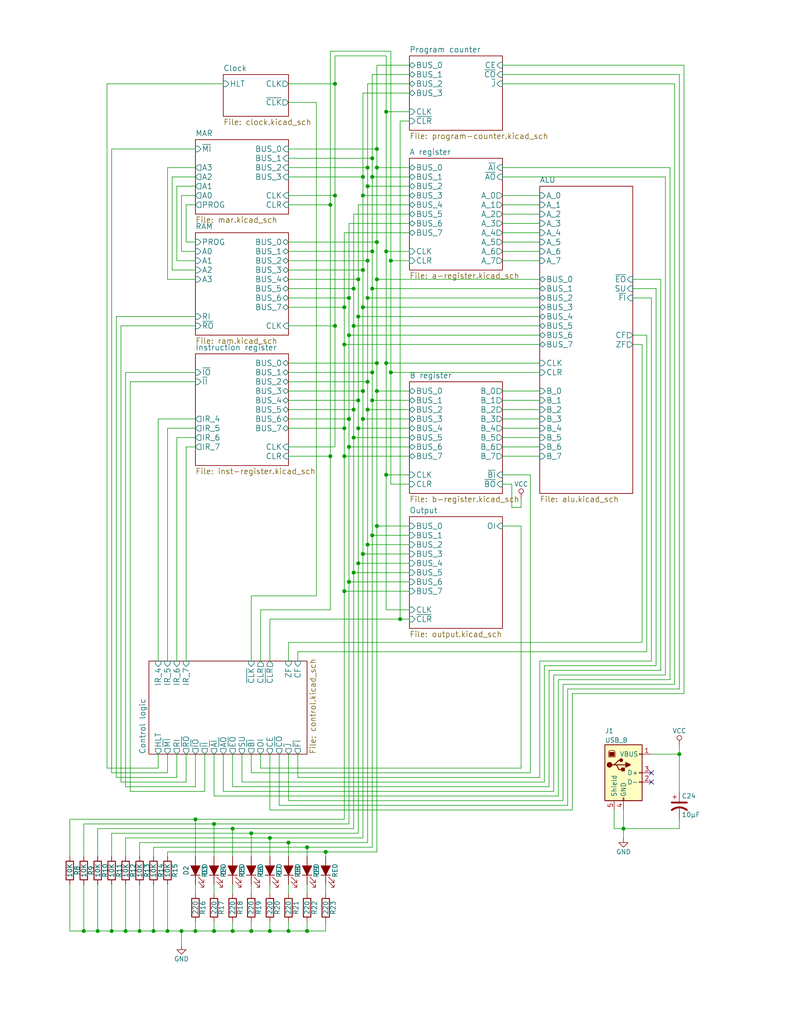
<source format=kicad_sch>
(kicad_sch (version 20231120) (generator "eeschema") (generator_version "8.0")
  (paper "USLetter" portrait)
  (lib_symbols
    (symbol "8bit-computer-rescue:CP1-Device" (pin_numbers hide) (pin_names (offset 0.254) hide)
      (property "Reference" "C" (at 0.635 2.54 0))
      (property "Value" "Device:CP1" (at 0.635 -2.54 0))
      (symbol "CP1-Device_0_1"
        (polyline (pts (xy -2.032 0.762) (xy 2.032 0.762)) (stroke (width 0.508)))
        (polyline (pts (xy -1.778 2.286) (xy -0.762 2.286)))
        (polyline (pts (xy -1.27 1.778) (xy -1.27 2.794)))
        (arc (start 2.032 -1.27) (mid 0 -0.5572) (end -2.032 -1.27) (stroke (width 0.508)))
      )
      (symbol "CP1-Device_1_1"
        (pin passive line (at 0 3.81 270) (length 2.794) (name "~") (number "1"))
        (pin passive line (at 0 -3.81 90) (length 3.302) (name "~") (number "2"))
      )
    )
    (symbol "8bit-computer-rescue:GND-power" (power) (pin_names (offset 0))
      (property "Value" "power:GND" (at 0 -3.81 0))
      (symbol "GND-power_0_1"
        (polyline (pts (xy 0 0) (xy 0 -1.27) (xy 1.27 -1.27) (xy 0 -2.54) (xy -1.27 -1.27) (xy 0 -1.27)))
      )
      (symbol "GND-power_1_1"
        (pin power_in line (at 0 0 270) (length 0) hide (name "GND") (number "1"))
      )
    )
    (symbol "8bit-computer-rescue:LED_ALT-Device" (pin_numbers hide) (pin_names (offset 1.016) hide)
      (property "Reference" "D" (at 0 2.54 0))
      (property "Value" "Device:LED_ALT" (at 0 -2.54 0))
      (symbol "LED_ALT-Device_0_1"
        (polyline (pts (xy -1.27 -1.27) (xy -1.27 1.27)) (stroke (width 0.2032)))
        (polyline (pts (xy -1.27 0) (xy 1.27 0)))
        (polyline (pts (xy 1.27 -1.27) (xy 1.27 1.27) (xy -1.27 0) (xy 1.27 -1.27)) (stroke (width 0.2032)) (fill (type outline)))
        (polyline (pts (xy -3.048 -0.762) (xy -4.572 -2.286) (xy -3.81 -2.286) (xy -4.572 -2.286) (xy -4.572 -1.524)))
        (polyline (pts (xy -1.778 -0.762) (xy -3.302 -2.286) (xy -2.54 -2.286) (xy -3.302 -2.286) (xy -3.302 -1.524)))
      )
      (symbol "LED_ALT-Device_1_1"
        (pin passive line (at -3.81 0 0) (length 2.54) (name "K") (number "1"))
        (pin passive line (at 3.81 0 180) (length 2.54) (name "A") (number "2"))
      )
    )
    (symbol "8bit-computer-rescue:USB_B-8bit-computer-rescue" (pin_names (offset 1.016))
      (property "Reference" "J" (at -5.08 11.43 0))
      (property "Value" "8bit-computer-rescue:USB_B" (at -5.08 8.89 0))
      (symbol "USB_B-8bit-computer-rescue_0_1"
        (rectangle (start -5.08 -7.62) (end 5.08 7.62) (stroke (width 0.254)) (fill (type background)))
        (circle (center -3.81 2.159) (radius 0.635) (stroke (width 0.254)) (fill (type outline)))
        (rectangle (start -3.81 5.588) (end -2.54 4.572) (fill (type outline)))
        (circle (center -0.635 3.429) (radius 0.381) (stroke (width 0.254)) (fill (type outline)))
        (rectangle (start -0.127 -7.62) (end 0.127 -6.858))
        (polyline (pts (xy -1.905 2.159) (xy 0.635 2.159)) (stroke (width 0.254)))
        (polyline (pts (xy -3.175 2.159) (xy -2.54 2.159) (xy -1.27 3.429) (xy -0.635 3.429)) (stroke (width 0.254)))
        (polyline (pts (xy -2.54 2.159) (xy -1.905 2.159) (xy -1.27 0.889) (xy 0 0.889)) (stroke (width 0.254)))
        (polyline (pts (xy 0.635 2.794) (xy 0.635 1.524) (xy 1.905 2.159) (xy 0.635 2.794)) (stroke (width 0.254)) (fill (type outline)))
        (polyline (pts (xy -4.064 4.318) (xy -2.286 4.318) (xy -2.286 5.715) (xy -2.667 6.096) (xy -3.683 6.096) (xy -4.064 5.715) (xy -4.064 4.318)))
        (rectangle (start 0.254 1.27) (end -0.508 0.508) (stroke (width 0.254)) (fill (type outline)))
        (rectangle (start 5.08 -2.667) (end 4.318 -2.413))
        (rectangle (start 5.08 -0.127) (end 4.318 0.127))
        (rectangle (start 5.08 4.953) (end 4.318 5.207))
      )
      (symbol "USB_B-8bit-computer-rescue_1_1"
        (pin power_out line (at 7.62 5.08 180) (length 2.54) (name "VBUS") (number "1"))
        (pin passive line (at 7.62 -2.54 180) (length 2.54) (name "D-") (number "2"))
        (pin passive line (at 7.62 0 180) (length 2.54) (name "D+") (number "3"))
        (pin power_out line (at 0 -10.16 90) (length 2.54) (name "GND") (number "4"))
        (pin passive line (at -2.54 -10.16 90) (length 2.54) (name "Shield") (number "5"))
      )
    )
    (symbol "8bit-computer-rescue:VCC-power" (power) (pin_names (offset 0))
      (property "Value" "power:VCC" (at 0 3.81 0))
      (symbol "VCC-power_0_1"
        (polyline (pts (xy 0 0) (xy 0 1.27)))
        (circle (center 0 1.905) (radius 0.635))
      )
      (symbol "VCC-power_1_1"
        (pin power_in line (at 0 0 90) (length 0) hide (name "VCC") (number "1"))
      )
    )
    (symbol "Device:R" (pin_numbers hide) (pin_names (offset 0))
      (property "Reference" "R" (at 2.032 0 90))
      (property "Value" "R" (at 0 0 90))
      (symbol "R_0_1"
        (rectangle (start -1.016 -2.54) (end 1.016 2.54) (stroke (width 0.254)))
      )
      (symbol "R_1_1"
        (pin passive line (at 0 3.81 270) (length 1.27) (name "~") (number "1"))
        (pin passive line (at 0 -3.81 90) (length 1.27) (name "~") (number "2"))
      )
    )
  )
  (junction (at 185.42 205.74))
  (junction (at 96.52 78.74))
  (junction (at 38.1 254))
  (junction (at 49.53 254))
  (junction (at 73.66 228.6))
  (junction (at 95.25 158.75))
  (junction (at 100.33 50.8))
  (junction (at 106.68 71.12))
  (junction (at 41.91 254))
  (junction (at 93.98 161.29))
  (junction (at 90.17 124.46))
  (junction (at 83.82 231.14))
  (junction (at 58.42 224.79))
  (junction (at 53.34 254))
  (junction (at 93.98 116.84))
  (junction (at 93.98 83.82))
  (junction (at 102.87 76.2))
  (junction (at 96.52 156.21))
  (junction (at 95.25 81.28))
  (junction (at 109.22 168.91))
  (junction (at 105.41 99.06))
  (junction (at 97.79 86.36))
  (junction (at 93.98 93.98))
  (junction (at 95.25 114.3))
  (junction (at 93.98 124.46))
  (junction (at 88.9 232.41))
  (junction (at 100.33 148.59))
  (junction (at 100.33 104.14))
  (junction (at 96.52 88.9))
  (junction (at 170.18 226.06))
  (junction (at 101.6 146.05))
  (junction (at 101.6 43.18))
  (junction (at 100.33 111.76))
  (junction (at 102.87 99.06))
  (junction (at 73.66 254))
  (junction (at 26.67 254))
  (junction (at 102.87 106.68))
  (junction (at 102.87 66.04))
  (junction (at 99.06 73.66))
  (junction (at 91.44 53.34))
  (junction (at 63.5 226.06))
  (junction (at 99.06 106.68))
  (junction (at 34.29 254))
  (junction (at 105.41 68.58))
  (junction (at 96.52 111.76))
  (junction (at 96.52 119.38))
  (junction (at 63.5 254))
  (junction (at 97.79 76.2))
  (junction (at 68.58 254))
  (junction (at 91.44 22.86))
  (junction (at 97.79 116.84))
  (junction (at 95.25 121.92))
  (junction (at 58.42 254))
  (junction (at 102.87 40.64))
  (junction (at 78.74 229.87))
  (junction (at 101.6 48.26))
  (junction (at 101.6 68.58))
  (junction (at 78.74 254))
  (junction (at 106.68 101.6))
  (junction (at 101.6 101.6))
  (junction (at 68.58 227.33))
  (junction (at 100.33 45.72))
  (junction (at 91.44 88.9))
  (junction (at 102.87 143.51))
  (junction (at 102.87 45.72))
  (junction (at 101.6 78.74))
  (junction (at 53.34 223.52))
  (junction (at 105.41 30.48))
  (junction (at 22.86 254))
  (junction (at 97.79 109.22))
  (junction (at 97.79 153.67))
  (junction (at 99.06 48.26))
  (junction (at 30.48 254))
  (junction (at 105.41 129.54))
  (junction (at 83.82 254))
  (junction (at 45.72 254))
  (junction (at 99.06 114.3))
  (junction (at 99.06 151.13))
  (junction (at 95.25 91.44))
  (junction (at 99.06 53.34))
  (junction (at 90.17 55.88))
  (junction (at 100.33 71.12))
  (junction (at 101.6 109.22))
  (junction (at 100.33 81.28))
  (junction (at 99.06 83.82))
  (no_connect (at 177.8 210.82))
  (no_connect (at 177.8 213.36))
  (wire (pts (xy 137.16 20.32) (xy 185.42 20.32)))
  (wire (pts (xy 139.7 132.08) (xy 139.7 138.43)))
  (wire (pts (xy 68.58 210.82) (xy 68.58 205.74)))
  (wire (pts (xy 137.16 129.54) (xy 144.78 129.54)))
  (wire (pts (xy 63.5 226.06) (xy 63.5 233.68)))
  (wire (pts (xy 78.74 101.6) (xy 101.6 101.6)))
  (wire (pts (xy 139.7 138.43) (xy 142.24 138.43)))
  (wire (pts (xy 142.24 138.43) (xy 142.24 135.89)))
  (wire (pts (xy 49.53 257.81) (xy 49.53 254)))
  (wire (pts (xy 137.16 119.38) (xy 147.32 119.38)))
  (wire (pts (xy 53.34 104.14) (xy 35.56 104.14)))
  (wire (pts (xy 58.42 254) (xy 63.5 254)))
  (wire (pts (xy 46.99 73.66) (xy 53.34 73.66)))
  (wire (pts (xy 22.86 224.79) (xy 22.86 233.68)))
  (wire (pts (xy 105.41 68.58) (xy 111.76 68.58)))
  (wire (pts (xy 45.72 254) (xy 49.53 254)))
  (wire (pts (xy 53.34 233.68) (xy 53.34 223.52)))
  (wire (pts (xy 156.21 220.98) (xy 73.66 220.98)))
  (wire (pts (xy 58.42 224.79) (xy 58.42 233.68)))
  (wire (pts (xy 109.22 168.91) (xy 111.76 168.91)))
  (wire (pts (xy 156.21 189.23) (xy 156.21 220.98)))
  (wire (pts (xy 137.16 114.3) (xy 147.32 114.3)))
  (wire (pts (xy 34.29 214.63) (xy 53.34 214.63)))
  (wire (pts (xy 105.41 30.48) (xy 105.41 68.58)))
  (wire (pts (xy 63.5 214.63) (xy 149.86 214.63)))
  (wire (pts (xy 19.05 241.3) (xy 19.05 254)))
  (wire (pts (xy 83.82 241.3) (xy 83.82 243.84)))
  (wire (pts (xy 99.06 73.66) (xy 99.06 53.34)))
  (wire (pts (xy 96.52 111.76) (xy 96.52 119.38)))
  (wire (pts (xy 78.74 205.74) (xy 78.74 218.44)))
  (wire (pts (xy 152.4 217.17) (xy 152.4 185.42)))
  (wire (pts (xy 63.5 254) (xy 68.58 254)))
  (wire (pts (xy 137.16 71.12) (xy 147.32 71.12)))
  (wire (pts (xy 68.58 254) (xy 68.58 251.46)))
  (wire (pts (xy 96.52 78.74) (xy 96.52 88.9)))
  (wire (pts (xy 111.76 55.88) (xy 97.79 55.88)))
  (wire (pts (xy 53.34 40.64) (xy 30.48 40.64)))
  (wire (pts (xy 102.87 40.64) (xy 102.87 17.78)))
  (wire (pts (xy 170.18 220.98) (xy 170.18 226.06)))
  (wire (pts (xy 93.98 124.46) (xy 93.98 161.29)))
  (wire (pts (xy 95.25 91.44) (xy 95.25 114.3)))
  (wire (pts (xy 88.9 232.41) (xy 102.87 232.41)))
  (wire (pts (xy 172.72 91.44) (xy 176.53 91.44)))
  (wire (pts (xy 71.12 205.74) (xy 71.12 209.55)))
  (wire (pts (xy 34.29 254) (xy 38.1 254)))
  (wire (pts (xy 34.29 228.6) (xy 34.29 233.68)))
  (wire (pts (xy 45.72 76.2) (xy 53.34 76.2)))
  (wire (pts (xy 170.18 226.06) (xy 185.42 226.06)))
  (wire (pts (xy 73.66 228.6) (xy 99.06 228.6)))
  (wire (pts (xy 105.41 129.54) (xy 105.41 166.37)))
  (wire (pts (xy 53.34 214.63) (xy 53.34 205.74)))
  (wire (pts (xy 45.72 116.84) (xy 45.72 180.34)))
  (wire (pts (xy 73.66 168.91) (xy 109.22 168.91)))
  (wire (pts (xy 48.26 50.8) (xy 48.26 71.12)))
  (wire (pts (xy 147.32 180.34) (xy 147.32 212.09)))
  (wire (pts (xy 45.72 232.41) (xy 88.9 232.41)))
  (wire (pts (xy 53.34 55.88) (xy 50.8 55.88)))
  (wire (pts (xy 101.6 101.6) (xy 101.6 78.74)))
  (wire (pts (xy 179.07 78.74) (xy 172.72 78.74)))
  (wire (pts (xy 53.34 241.3) (xy 53.34 243.84)))
  (wire (pts (xy 97.79 76.2) (xy 97.79 86.36)))
  (wire (pts (xy 73.66 251.46) (xy 73.66 254)))
  (wire (pts (xy 97.79 86.36) (xy 97.79 109.22)))
  (wire (pts (xy 53.34 48.26) (xy 46.99 48.26)))
  (wire (pts (xy 149.86 182.88) (xy 180.34 182.88)))
  (wire (pts (xy 22.86 254) (xy 26.67 254)))
  (wire (pts (xy 186.69 17.78) (xy 137.16 17.78)))
  (wire (pts (xy 48.26 71.12) (xy 53.34 71.12)))
  (wire (pts (xy 182.88 185.42) (xy 182.88 45.72)))
  (wire (pts (xy 73.66 168.91) (xy 73.66 180.34)))
  (wire (pts (xy 78.74 66.04) (xy 102.87 66.04)))
  (wire (pts (xy 102.87 232.41) (xy 102.87 143.51)))
  (wire (pts (xy 100.33 81.28) (xy 100.33 71.12)))
  (wire (pts (xy 53.34 45.72) (xy 45.72 45.72)))
  (wire (pts (xy 147.32 91.44) (xy 95.25 91.44)))
  (wire (pts (xy 111.76 58.42) (xy 96.52 58.42)))
  (wire (pts (xy 33.02 213.36) (xy 50.8 213.36)))
  (wire (pts (xy 100.33 71.12) (xy 100.33 50.8)))
  (wire (pts (xy 185.42 187.96) (xy 185.42 20.32)))
  (wire (pts (xy 83.82 231.14) (xy 101.6 231.14)))
  (wire (pts (xy 102.87 143.51) (xy 111.76 143.51)))
  (wire (pts (xy 78.74 68.58) (xy 101.6 68.58)))
  (wire (pts (xy 91.44 88.9) (xy 91.44 121.92)))
  (wire (pts (xy 78.74 76.2) (xy 97.79 76.2)))
  (wire (pts (xy 45.72 210.82) (xy 45.72 205.74)))
  (wire (pts (xy 106.68 71.12) (xy 106.68 101.6)))
  (wire (pts (xy 96.52 58.42) (xy 96.52 78.74)))
  (wire (pts (xy 101.6 68.58) (xy 101.6 48.26)))
  (wire (pts (xy 91.44 15.24) (xy 91.44 22.86)))
  (wire (pts (xy 35.56 215.9) (xy 55.88 215.9)))
  (wire (pts (xy 53.34 101.6) (xy 34.29 101.6)))
  (wire (pts (xy 38.1 241.3) (xy 38.1 254)))
  (wire (pts (xy 93.98 93.98) (xy 93.98 116.84)))
  (wire (pts (xy 86.36 27.94) (xy 86.36 162.56)))
  (wire (pts (xy 30.48 40.64) (xy 30.48 210.82)))
  (wire (pts (xy 78.74 109.22) (xy 97.79 109.22)))
  (wire (pts (xy 177.8 180.34) (xy 177.8 81.28)))
  (wire (pts (xy 180.34 182.88) (xy 180.34 76.2)))
  (wire (pts (xy 148.59 213.36) (xy 148.59 181.61)))
  (wire (pts (xy 88.9 254) (xy 88.9 251.46)))
  (wire (pts (xy 78.74 111.76) (xy 96.52 111.76)))
  (wire (pts (xy 111.76 63.5) (xy 93.98 63.5)))
  (wire (pts (xy 100.33 229.87) (xy 100.33 148.59)))
  (wire (pts (xy 78.74 78.74) (xy 96.52 78.74)))
  (wire (pts (xy 96.52 88.9) (xy 147.32 88.9)))
  (wire (pts (xy 76.2 219.71) (xy 154.94 219.71)))
  (wire (pts (xy 91.44 121.92) (xy 78.74 121.92)))
  (wire (pts (xy 26.67 226.06) (xy 26.67 233.68)))
  (wire (pts (xy 184.15 22.86) (xy 184.15 186.69)))
  (wire (pts (xy 97.79 153.67) (xy 111.76 153.67)))
  (wire (pts (xy 93.98 223.52) (xy 53.34 223.52)))
  (wire (pts (xy 109.22 33.02) (xy 109.22 168.91)))
  (wire (pts (xy 78.74 99.06) (xy 102.87 99.06)))
  (wire (pts (xy 185.42 203.2) (xy 185.42 205.74)))
  (wire (pts (xy 99.06 25.4) (xy 111.76 25.4)))
  (wire (pts (xy 53.34 50.8) (xy 48.26 50.8)))
  (wire (pts (xy 142.24 209.55) (xy 142.24 143.51)))
  (wire (pts (xy 78.74 229.87) (xy 78.74 233.68)))
  (wire (pts (xy 78.74 43.18) (xy 101.6 43.18)))
  (wire (pts (xy 45.72 45.72) (xy 45.72 76.2)))
  (wire (pts (xy 96.52 88.9) (xy 96.52 111.76)))
  (wire (pts (xy 95.25 121.92) (xy 111.76 121.92)))
  (wire (pts (xy 105.41 166.37) (xy 111.76 166.37)))
  (wire (pts (xy 49.53 68.58) (xy 53.34 68.58)))
  (wire (pts (xy 68.58 254) (xy 73.66 254)))
  (wire (pts (xy 68.58 227.33) (xy 30.48 227.33)))
  (wire (pts (xy 106.68 132.08) (xy 111.76 132.08)))
  (wire (pts (xy 96.52 226.06) (xy 63.5 226.06)))
  (wire (pts (xy 78.74 81.28) (xy 95.25 81.28)))
  (wire (pts (xy 137.16 68.58) (xy 147.32 68.58)))
  (wire (pts (xy 73.66 205.74) (xy 73.66 220.98)))
  (wire (pts (xy 78.74 71.12) (xy 100.33 71.12)))
  (wire (pts (xy 177.8 81.28) (xy 172.72 81.28)))
  (wire (pts (xy 102.87 99.06) (xy 102.87 76.2)))
  (wire (pts (xy 96.52 119.38) (xy 111.76 119.38)))
  (wire (pts (xy 88.9 232.41) (xy 88.9 233.68)))
  (wire (pts (xy 93.98 116.84) (xy 93.98 124.46)))
  (wire (pts (xy 48.26 212.09) (xy 48.26 205.74)))
  (wire (pts (xy 63.5 205.74) (xy 63.5 214.63)))
  (wire (pts (xy 34.29 241.3) (xy 34.29 254)))
  (wire (pts (xy 38.1 229.87) (xy 78.74 229.87)))
  (wire (pts (xy 55.88 215.9) (xy 55.88 205.74)))
  (wire (pts (xy 58.42 224.79) (xy 22.86 224.79)))
  (wire (pts (xy 111.76 33.02) (xy 109.22 33.02)))
  (wire (pts (xy 41.91 241.3) (xy 41.91 254)))
  (wire (pts (xy 137.16 66.04) (xy 147.32 66.04)))
  (wire (pts (xy 53.34 53.34) (xy 49.53 53.34)))
  (wire (pts (xy 96.52 119.38) (xy 96.52 156.21)))
  (wire (pts (xy 30.48 241.3) (xy 30.48 254)))
  (wire (pts (xy 177.8 180.34) (xy 147.32 180.34)))
  (wire (pts (xy 83.82 251.46) (xy 83.82 254)))
  (wire (pts (xy 102.87 17.78) (xy 111.76 17.78)))
  (wire (pts (xy 111.76 71.12) (xy 106.68 71.12)))
  (wire (pts (xy 68.58 227.33) (xy 68.58 233.68)))
  (wire (pts (xy 50.8 213.36) (xy 50.8 205.74)))
  (wire (pts (xy 50.8 55.88) (xy 50.8 66.04)))
  (wire (pts (xy 105.41 68.58) (xy 105.41 99.06)))
  (wire (pts (xy 53.34 86.36) (xy 31.75 86.36)))
  (wire (pts (xy 91.44 53.34) (xy 78.74 53.34)))
  (wire (pts (xy 147.32 121.92) (xy 137.16 121.92)))
  (wire (pts (xy 101.6 109.22) (xy 111.76 109.22)))
  (wire (pts (xy 99.06 53.34) (xy 111.76 53.34)))
  (wire (pts (xy 95.25 114.3) (xy 95.25 121.92)))
  (wire (pts (xy 101.6 48.26) (xy 101.6 43.18)))
  (wire (pts (xy 100.33 111.76) (xy 100.33 104.14)))
  (wire (pts (xy 58.42 205.74) (xy 58.42 217.17)))
  (wire (pts (xy 100.33 45.72) (xy 100.33 22.86)))
  (wire (pts (xy 102.87 106.68) (xy 102.87 99.06)))
  (wire (pts (xy 106.68 13.97) (xy 106.68 71.12)))
  (wire (pts (xy 184.15 186.69) (xy 153.67 186.69)))
  (wire (pts (xy 91.44 22.86) (xy 91.44 53.34)))
  (wire (pts (xy 97.79 153.67) (xy 97.79 227.33)))
  (wire (pts (xy 105.41 129.54) (xy 111.76 129.54)))
  (wire (pts (xy 95.25 224.79) (xy 58.42 224.79)))
  (wire (pts (xy 185.42 205.74) (xy 177.8 205.74)))
  (wire (pts (xy 137.16 106.68) (xy 147.32 106.68)))
  (wire (pts (xy 78.74 27.94) (xy 86.36 27.94)))
  (wire (pts (xy 30.48 254) (xy 34.29 254)))
  (wire (pts (xy 30.48 227.33) (xy 30.48 233.68)))
  (wire (pts (xy 22.86 241.3) (xy 22.86 254)))
  (wire (pts (xy 179.07 181.61) (xy 179.07 78.74)))
  (wire (pts (xy 137.16 63.5) (xy 147.32 63.5)))
  (wire (pts (xy 96.52 156.21) (xy 111.76 156.21)))
  (wire (pts (xy 147.32 78.74) (xy 101.6 78.74)))
  (wire (pts (xy 78.74 254) (xy 78.74 251.46)))
  (wire (pts (xy 102.87 45.72) (xy 111.76 45.72)))
  (wire (pts (xy 81.28 212.09) (xy 147.32 212.09)))
  (wire (pts (xy 95.25 121.92) (xy 95.25 158.75)))
  (wire (pts (xy 76.2 219.71) (xy 76.2 205.74)))
  (wire (pts (xy 96.52 156.21) (xy 96.52 226.06)))
  (wire (pts (xy 41.91 231.14) (xy 83.82 231.14)))
  (wire (pts (xy 144.78 210.82) (xy 68.58 210.82)))
  (wire (pts (xy 58.42 243.84) (xy 58.42 241.3)))
  (wire (pts (xy 99.06 228.6) (xy 99.06 151.13)))
  (wire (pts (xy 95.25 81.28) (xy 95.25 91.44)))
  (wire (pts (xy 101.6 109.22) (xy 101.6 101.6)))
  (wire (pts (xy 19.05 254) (xy 22.86 254)))
  (wire (pts (xy 29.21 22.86) (xy 29.21 209.55)))
  (wire (pts (xy 78.74 175.26) (xy 78.74 180.34)))
  (wire (pts (xy 151.13 184.15) (xy 181.61 184.15)))
  (wire (pts (xy 86.36 162.56) (xy 68.58 162.56)))
  (wire (pts (xy 68.58 162.56) (xy 68.58 180.34)))
  (wire (pts (xy 147.32 99.06) (xy 105.41 99.06)))
  (wire (pts (xy 50.8 66.04) (xy 53.34 66.04)))
  (wire (pts (xy 101.6 43.18) (xy 101.6 20.32)))
  (wire (pts (xy 102.87 66.04) (xy 102.87 45.72)))
  (wire (pts (xy 78.74 104.14) (xy 100.33 104.14)))
  (wire (pts (xy 154.94 187.96) (xy 185.42 187.96)))
  (wire (pts (xy 100.33 104.14) (xy 100.33 81.28)))
  (wire (pts (xy 175.26 93.98) (xy 175.26 175.26)))
  (wire (pts (xy 63.5 226.06) (xy 26.67 226.06)))
  (wire (pts (xy 90.17 124.46) (xy 90.17 166.37)))
  (wire (pts (xy 100.33 148.59) (xy 111.76 148.59)))
  (wire (pts (xy 95.25 60.96) (xy 95.25 81.28)))
  (wire (pts (xy 78.74 73.66) (xy 99.06 73.66)))
  (wire (pts (xy 41.91 254) (xy 45.72 254)))
  (wire (pts (xy 102.87 143.51) (xy 102.87 106.68)))
  (wire (pts (xy 148.59 181.61) (xy 179.07 181.61)))
  (wire (pts (xy 142.24 143.51) (xy 137.16 143.51)))
  (wire (pts (xy 97.79 227.33) (xy 68.58 227.33)))
  (wire (pts (xy 180.34 76.2) (xy 172.72 76.2)))
  (wire (pts (xy 73.66 241.3) (xy 73.66 243.84)))
  (wire (pts (xy 101.6 146.05) (xy 111.76 146.05)))
  (wire (pts (xy 60.96 215.9) (xy 60.96 205.74)))
  (wire (pts (xy 91.44 53.34) (xy 91.44 88.9)))
  (wire (pts (xy 48.26 119.38) (xy 48.26 180.34)))
  (wire (pts (xy 78.74 55.88) (xy 90.17 55.88)))
  (wire (pts (xy 101.6 231.14) (xy 101.6 146.05)))
  (wire (pts (xy 33.02 88.9) (xy 33.02 213.36)))
  (wire (pts (xy 144.78 129.54) (xy 144.78 210.82)))
  (wire (pts (xy 93.98 83.82) (xy 93.98 93.98)))
  (wire (pts (xy 147.32 116.84) (xy 137.16 116.84)))
  (wire (pts (xy 73.66 228.6) (xy 73.66 233.68)))
  (wire (pts (xy 53.34 116.84) (xy 45.72 116.84)))
  (wire (pts (xy 53.34 119.38) (xy 48.26 119.38)))
  (wire (pts (xy 58.42 254) (xy 58.42 251.46)))
  (wire (pts (xy 176.53 91.44) (xy 176.53 177.8)))
  (wire (pts (xy 102.87 76.2) (xy 102.87 66.04)))
  (wire (pts (xy 100.33 111.76) (xy 111.76 111.76)))
  (wire (pts (xy 100.33 148.59) (xy 100.33 111.76)))
  (wire (pts (xy 43.18 114.3) (xy 43.18 180.34)))
  (wire (pts (xy 30.48 210.82) (xy 45.72 210.82)))
  (wire (pts (xy 153.67 218.44) (xy 78.74 218.44)))
  (wire (pts (xy 185.42 205.74) (xy 185.42 215.9)))
  (wire (pts (xy 101.6 146.05) (xy 101.6 109.22)))
  (wire (pts (xy 151.13 215.9) (xy 60.96 215.9)))
  (wire (pts (xy 172.72 93.98) (xy 175.26 93.98)))
  (wire (pts (xy 53.34 121.92) (xy 50.8 121.92)))
  (wire (pts (xy 71.12 180.34) (xy 71.12 166.37)))
  (wire (pts (xy 90.17 13.97) (xy 90.17 55.88)))
  (wire (pts (xy 91.44 88.9) (xy 78.74 88.9)))
  (wire (pts (xy 105.41 15.24) (xy 105.41 30.48)))
  (wire (pts (xy 99.06 48.26) (xy 99.06 25.4)))
  (wire (pts (xy 78.74 48.26) (xy 99.06 48.26)))
  (wire (pts (xy 111.76 30.48) (xy 105.41 30.48)))
  (wire (pts (xy 106.68 101.6) (xy 106.68 132.08)))
  (wire (pts (xy 26.67 241.3) (xy 26.67 254)))
  (wire (pts (xy 63.5 241.3) (xy 63.5 243.84)))
  (wire (pts (xy 83.82 254) (xy 88.9 254)))
  (wire (pts (xy 137.16 132.08) (xy 139.7 132.08)))
  (wire (pts (xy 175.26 175.26) (xy 78.74 175.26)))
  (wire (pts (xy 53.34 114.3) (xy 43.18 114.3)))
  (wire (pts (xy 78.74 22.86) (xy 91.44 22.86)))
  (wire (pts (xy 29.21 209.55) (xy 43.18 209.55)))
  (wire (pts (xy 111.76 60.96) (xy 95.25 60.96)))
  (wire (pts (xy 101.6 20.32) (xy 111.76 20.32)))
  (wire (pts (xy 63.5 254) (xy 63.5 251.46)))
  (wire (pts (xy 68.58 243.84) (xy 68.58 241.3)))
  (wire (pts (xy 137.16 53.34) (xy 147.32 53.34)))
  (wire (pts (xy 78.74 40.64) (xy 102.87 40.64)))
  (wire (pts (xy 185.42 226.06) (xy 185.42 223.52)))
  (wire (pts (xy 53.34 254) (xy 53.34 251.46)))
  (wire (pts (xy 93.98 161.29) (xy 111.76 161.29)))
  (wire (pts (xy 186.69 189.23) (xy 186.69 17.78)))
  (wire (pts (xy 97.79 116.84) (xy 111.76 116.84)))
  (wire (pts (xy 156.21 189.23) (xy 186.69 189.23)))
  (wire (pts (xy 153.67 186.69) (xy 153.67 218.44)))
  (wire (pts (xy 182.88 45.72) (xy 137.16 45.72)))
  (wire (pts (xy 31.75 212.09) (xy 48.26 212.09)))
  (wire (pts (xy 45.72 232.41) (xy 45.72 233.68)))
  (wire (pts (xy 58.42 217.17) (xy 152.4 217.17)))
  (wire (pts (xy 35.56 104.14) (xy 35.56 215.9)))
  (wire (pts (xy 71.12 166.37) (xy 90.17 166.37)))
  (wire (pts (xy 149.86 214.63) (xy 149.86 182.88)))
  (wire (pts (xy 95.25 158.75) (xy 95.25 224.79)))
  (wire (pts (xy 26.67 254) (xy 30.48 254)))
  (wire (pts (xy 93.98 63.5) (xy 93.98 83.82)))
  (wire (pts (xy 101.6 78.74) (xy 101.6 68.58)))
  (wire (pts (xy 101.6 48.26) (xy 111.76 48.26)))
  (wire (pts (xy 137.16 109.22) (xy 147.32 109.22)))
  (wire (pts (xy 176.53 177.8) (xy 81.28 177.8)))
  (wire (pts (xy 151.13 215.9) (xy 151.13 184.15)))
  (wire (pts (xy 41.91 231.14) (xy 41.91 233.68)))
  (wire (pts (xy 99.06 114.3) (xy 99.06 106.68)))
  (wire (pts (xy 99.06 151.13) (xy 99.06 114.3)))
  (wire (pts (xy 81.28 177.8) (xy 81.28 180.34)))
  (wire (pts (xy 170.18 226.06) (xy 170.18 228.6)))
  (wire (pts (xy 38.1 254) (xy 41.91 254)))
  (wire (pts (xy 99.06 53.34) (xy 99.06 48.26)))
  (wire (pts (xy 31.75 86.36) (xy 31.75 212.09)))
  (wire (pts (xy 93.98 124.46) (xy 111.76 124.46)))
  (wire (pts (xy 78.74 124.46) (xy 90.17 124.46)))
  (wire (pts (xy 147.32 83.82) (xy 99.06 83.82)))
  (wire (pts (xy 45.72 241.3) (xy 45.72 254)))
  (wire (pts (xy 46.99 48.26) (xy 46.99 73.66)))
  (wire (pts (xy 102.87 106.68) (xy 111.76 106.68)))
  (wire (pts (xy 184.15 22.86) (xy 137.16 22.86)))
  (wire (pts (xy 19.05 223.52) (xy 19.05 233.68)))
  (wire (pts (xy 34.29 228.6) (xy 73.66 228.6)))
  (wire (pts (xy 167.64 226.06) (xy 170.18 226.06)))
  (wire (pts (xy 137.16 58.42) (xy 147.32 58.42)))
  (wire (pts (xy 73.66 254) (xy 78.74 254)))
  (wire (pts (xy 137.16 48.26) (xy 181.61 48.26)))
  (wire (pts (xy 53.34 223.52) (xy 19.05 223.52)))
  (wire (pts (xy 78.74 243.84) (xy 78.74 241.3)))
  (wire (pts (xy 147.32 81.28) (xy 100.33 81.28)))
  (wire (pts (xy 71.12 209.55) (xy 142.24 209.55)))
  (wire (pts (xy 99.06 114.3) (xy 111.76 114.3)))
  (wire (pts (xy 90.17 13.97) (xy 106.68 13.97)))
  (wire (pts (xy 102.87 76.2) (xy 147.32 76.2)))
  (wire (pts (xy 78.74 106.68) (xy 99.06 106.68)))
  (wire (pts (xy 43.18 209.55) (xy 43.18 205.74)))
  (wire (pts (xy 99.06 151.13) (xy 111.76 151.13)))
  (wire (pts (xy 99.06 106.68) (xy 99.06 83.82)))
  (wire (pts (xy 154.94 219.71) (xy 154.94 187.96)))
  (wire (pts (xy 83.82 231.14) (xy 83.82 233.68)))
  (wire (pts (xy 34.29 101.6) (xy 34.29 214.63)))
  (wire (pts (xy 49.53 254) (xy 53.34 254)))
  (wire (pts (xy 53.34 254) (xy 58.42 254)))
  (wire (pts (xy 97.79 55.88) (xy 97.79 76.2)))
  (wire (pts (xy 147.32 93.98) (xy 93.98 93.98)))
  (wire (pts (xy 78.74 254) (xy 83.82 254)))
  (wire (pts (xy 152.4 185.42) (xy 182.88 185.42)))
  (wire (pts (xy 147.32 101.6) (xy 106.68 101.6)))
  (wire (pts (xy 99.06 83.82) (xy 99.06 73.66)))
  (wire (pts (xy 97.79 109.22) (xy 97.79 116.84)))
  (wire (pts (xy 97.79 116.84) (xy 97.79 153.67)))
  (wire (pts (xy 181.61 184.15) (xy 181.61 48.26)))
  (wire (pts (xy 137.16 111.76) (xy 147.32 111.76)))
  (wire (pts (xy 147.32 86.36) (xy 97.79 86.36)))
  (wire (pts (xy 78.74 116.84) (xy 93.98 116.84)))
  (wire (pts (xy 100.33 22.86) (xy 111.76 22.86)))
  (wire (pts (xy 78.74 83.82) (xy 93.98 83.82)))
  (wire (pts (xy 81.28 205.74) (xy 81.28 212.09)))
  (wire (pts (xy 100.33 50.8) (xy 100.33 45.72)))
  (wire (pts (xy 50.8 121.92) (xy 50.8 180.34)))
  (wire (pts (xy 38.1 233.68) (xy 38.1 229.87)))
  (wire (pts (xy 66.04 205.74) (xy 66.04 213.36)))
  (wire (pts (xy 66.04 213.36) (xy 148.59 213.36)))
  (wire (pts (xy 105.41 15.24) (xy 91.44 15.24)))
  (wire (pts (xy 167.64 226.06) (xy 167.64 220.98)))
  (wire (pts (xy 53.34 88.9) (xy 33.02 88.9)))
  (wire (pts (xy 78.74 45.72) (xy 100.33 45.72)))
  (wire (pts (xy 90.17 55.88) (xy 90.17 124.46)))
  (wire (pts (xy 60.96 22.86) (xy 29.21 22.86)))
  (wire (pts (xy 95.25 158.75) (xy 111.76 158.75)))
  (wire (pts (xy 88.9 243.84) (xy 88.9 241.3)))
  (wire (pts (xy 100.33 50.8) (xy 111.76 50.8)))
  (wire (pts (xy 93.98 161.29) (xy 93.98 223.52)))
  (wire (pts (xy 105.41 99.06) (xy 105.41 129.54)))
  (wire (pts (xy 49.53 53.34) (xy 49.53 68.58)))
  (wire (pts (xy 78.74 229.87) (xy 100.33 229.87)))
  (wire (pts (xy 78.74 114.3) (xy 95.25 114.3)))
  (wire (pts (xy 137.16 55.88) (xy 147.32 55.88)))
  (wire (pts (xy 137.16 60.96) (xy 147.32 60.96)))
  (wire (pts (xy 137.16 124.46) (xy 147.32 124.46)))
  (wire (pts (xy 102.87 45.72) (xy 102.87 40.64)))
  (symbol (lib_id "8bit-computer-rescue:VCC-power") (at 185.42 203.2 0) (unit 1)
    (property "Reference" "#PWR01" (effects (hide yes)))
    (property "Value" "VCC" (at 185.42 199.39 0))
  )
  (symbol (lib_id "8bit-computer-rescue:GND-power") (at 170.18 228.6 0) (unit 1)
    (property "Reference" "#PWR02" (effects (hide yes)))
    (property "Value" "GND" (at 170.18 232.41 0))
  )
  (symbol (lib_id "8bit-computer-rescue:VCC-power") (at 142.24 135.89 0) (unit 1)
    (property "Reference" "#PWR03" (effects (hide yes)))
    (property "Value" "VCC" (at 142.24 132.08 0))
  )
  (symbol (lib_id "8bit-computer-rescue:LED_ALT-Device") (at 88.9 237.49 90) (unit 1)
    (property "Reference" "D9" (at 86.36 237.49 0))
    (property "Value" "RED" (at 91.44 237.49 0))
    (property "Footprint" "LED_THT:LED_D5.0mm" (effects (hide yes)))
  )
  (symbol (lib_id "8bit-computer-rescue:LED_ALT-Device") (at 83.82 237.49 90) (unit 1)
    (property "Reference" "D8" (at 81.28 237.49 0))
    (property "Value" "RED" (at 86.36 237.49 0))
    (property "Footprint" "LED_THT:LED_D5.0mm" (effects (hide yes)))
  )
  (symbol (lib_id "8bit-computer-rescue:LED_ALT-Device") (at 78.74 237.49 90) (unit 1)
    (property "Reference" "D7" (at 76.2 237.49 0))
    (property "Value" "RED" (at 81.28 237.49 0))
    (property "Footprint" "LED_THT:LED_D5.0mm" (effects (hide yes)))
  )
  (symbol (lib_id "8bit-computer-rescue:LED_ALT-Device") (at 73.66 237.49 90) (unit 1)
    (property "Reference" "D6" (at 71.12 237.49 0))
    (property "Value" "RED" (at 76.2 237.49 0))
    (property "Footprint" "LED_THT:LED_D5.0mm" (effects (hide yes)))
  )
  (symbol (lib_id "8bit-computer-rescue:LED_ALT-Device") (at 68.58 237.49 90) (unit 1)
    (property "Reference" "D5" (at 66.04 237.49 0))
    (property "Value" "RED" (at 71.12 237.49 0))
    (property "Footprint" "LED_THT:LED_D5.0mm" (effects (hide yes)))
  )
  (symbol (lib_id "8bit-computer-rescue:LED_ALT-Device") (at 63.5 237.49 90) (unit 1)
    (property "Reference" "D4" (at 60.96 237.49 0))
    (property "Value" "RED" (at 66.04 237.49 0))
    (property "Footprint" "LED_THT:LED_D5.0mm" (effects (hide yes)))
  )
  (symbol (lib_id "8bit-computer-rescue:LED_ALT-Device") (at 58.42 237.49 90) (unit 1)
    (property "Reference" "D3" (at 55.88 237.49 0))
    (property "Value" "RED" (at 60.96 237.49 0))
    (property "Footprint" "LED_THT:LED_D5.0mm" (effects (hide yes)))
  )
  (symbol (lib_id "8bit-computer-rescue:LED_ALT-Device") (at 53.34 237.49 90) (unit 1)
    (property "Reference" "D2" (at 50.8 237.49 0))
    (property "Value" "RED" (at 55.88 237.49 0))
    (property "Footprint" "LED_THT:LED_D5.0mm" (effects (hide yes)))
  )
  (symbol (lib_id "Device:R") (at 53.34 247.65 0) (unit 1)
    (property "Reference" "R16" (at 55.372 247.65 90))
    (property "Value" "220" (at 53.34 247.65 90))
    (property "Footprint" "Resistor_THT:R_Axial_DIN0207_L6.3mm_D2.5mm_P7.62mm_Horizontal" (effects (hide yes)))
  )
  (symbol (lib_id "Device:R") (at 58.42 247.65 0) (unit 1)
    (property "Reference" "R17" (at 60.452 247.65 90))
    (property "Value" "220" (at 58.42 247.65 90))
    (property "Footprint" "Resistor_THT:R_Axial_DIN0207_L6.3mm_D2.5mm_P7.62mm_Horizontal" (effects (hide yes)))
  )
  (symbol (lib_id "Device:R") (at 63.5 247.65 0) (unit 1)
    (property "Reference" "R18" (at 65.532 247.65 90))
    (property "Value" "220" (at 63.5 247.65 90))
    (property "Footprint" "Resistor_THT:R_Axial_DIN0207_L6.3mm_D2.5mm_P7.62mm_Horizontal" (effects (hide yes)))
  )
  (symbol (lib_id "Device:R") (at 68.58 247.65 0) (unit 1)
    (property "Reference" "R19" (at 70.612 247.65 90))
    (property "Value" "220" (at 68.58 247.65 90))
    (property "Footprint" "Resistor_THT:R_Axial_DIN0207_L6.3mm_D2.5mm_P7.62mm_Horizontal" (effects (hide yes)))
  )
  (symbol (lib_id "Device:R") (at 73.66 247.65 0) (unit 1)
    (property "Reference" "R20" (at 75.692 247.65 90))
    (property "Value" "220" (at 73.66 247.65 90))
    (property "Footprint" "Resistor_THT:R_Axial_DIN0207_L6.3mm_D2.5mm_P7.62mm_Horizontal" (effects (hide yes)))
  )
  (symbol (lib_id "Device:R") (at 78.74 247.65 0) (unit 1)
    (property "Reference" "R21" (at 80.772 247.65 90))
    (property "Value" "220" (at 78.74 247.65 90))
    (property "Footprint" "Resistor_THT:R_Axial_DIN0207_L6.3mm_D2.5mm_P7.62mm_Horizontal" (effects (hide yes)))
  )
  (symbol (lib_id "Device:R") (at 83.82 247.65 0) (unit 1)
    (property "Reference" "R22" (at 85.852 247.65 90))
    (property "Value" "220" (at 83.82 247.65 90))
    (property "Footprint" "Resistor_THT:R_Axial_DIN0207_L6.3mm_D2.5mm_P7.62mm_Horizontal" (effects (hide yes)))
  )
  (symbol (lib_id "Device:R") (at 88.9 247.65 0) (unit 1)
    (property "Reference" "R23" (at 90.932 247.65 90))
    (property "Value" "220" (at 88.9 247.65 90))
    (property "Footprint" "Resistor_THT:R_Axial_DIN0207_L6.3mm_D2.5mm_P7.62mm_Horizontal" (effects (hide yes)))
  )
  (symbol (lib_id "8bit-computer-rescue:GND-power") (at 49.53 257.81 0) (unit 1)
    (property "Reference" "#PWR04" (effects (hide yes)))
    (property "Value" "GND" (at 49.53 261.62 0))
  )
  (symbol (lib_id "Device:R") (at 45.72 237.49 0) (unit 1)
    (property "Reference" "R15" (at 47.752 237.49 90))
    (property "Value" "10K" (at 45.72 237.49 90))
    (property "Footprint" "Resistor_THT:R_Axial_DIN0207_L6.3mm_D2.5mm_P7.62mm_Horizontal" (effects (hide yes)))
  )
  (symbol (lib_id "Device:R") (at 41.91 237.49 0) (unit 1)
    (property "Reference" "R14" (at 43.942 237.49 90))
    (property "Value" "10K" (at 41.91 237.49 90))
    (property "Footprint" "Resistor_THT:R_Axial_DIN0207_L6.3mm_D2.5mm_P7.62mm_Horizontal" (effects (hide yes)))
  )
  (symbol (lib_id "Device:R") (at 38.1 237.49 0) (unit 1)
    (property "Reference" "R13" (at 40.132 237.49 90))
    (property "Value" "10K" (at 38.1 237.49 90))
    (property "Footprint" "Resistor_THT:R_Axial_DIN0207_L6.3mm_D2.5mm_P7.62mm_Horizontal" (effects (hide yes)))
  )
  (symbol (lib_id "Device:R") (at 34.29 237.49 0) (unit 1)
    (property "Reference" "R12" (at 36.322 237.49 90))
    (property "Value" "10K" (at 34.29 237.49 90))
    (property "Footprint" "Resistor_THT:R_Axial_DIN0207_L6.3mm_D2.5mm_P7.62mm_Horizontal" (effects (hide yes)))
  )
  (symbol (lib_id "Device:R") (at 30.48 237.49 0) (unit 1)
    (property "Reference" "R11" (at 32.512 237.49 90))
    (property "Value" "10K" (at 30.48 237.49 90))
    (property "Footprint" "Resistor_THT:R_Axial_DIN0207_L6.3mm_D2.5mm_P7.62mm_Horizontal" (effects (hide yes)))
  )
  (symbol (lib_id "Device:R") (at 26.67 237.49 0) (unit 1)
    (property "Reference" "R10" (at 28.702 237.49 90))
    (property "Value" "10K" (at 26.67 237.49 90))
    (property "Footprint" "Resistor_THT:R_Axial_DIN0207_L6.3mm_D2.5mm_P7.62mm_Horizontal" (effects (hide yes)))
  )
  (symbol (lib_id "Device:R") (at 22.86 237.49 0) (unit 1)
    (property "Reference" "R9" (at 24.892 237.49 90))
    (property "Value" "10K" (at 22.86 237.49 90))
    (property "Footprint" "Resistor_THT:R_Axial_DIN0207_L6.3mm_D2.5mm_P7.62mm_Horizontal" (effects (hide yes)))
  )
  (symbol (lib_id "Device:R") (at 19.05 237.49 0) (unit 1)
    (property "Reference" "R8" (at 21.082 237.49 90))
    (property "Value" "10K" (at 19.05 237.49 90))
    (property "Footprint" "Resistor_THT:R_Axial_DIN0207_L6.3mm_D2.5mm_P7.62mm_Horizontal" (effects (hide yes)))
  )
  (symbol (lib_id "8bit-computer-rescue:USB_B-8bit-computer-rescue") (at 170.18 210.82 0) (unit 1)
    (property "Reference" "J1" (at 165.1 199.39 0) (effects (justify left)))
    (property "Value" "USB_B" (at 165.1 201.93 0) (effects (justify left)))
    (property "Footprint" "Connector_USB:USB_B_OST_USB-B1HSxx_Horizontal" (effects (hide yes)))
  )
  (symbol (lib_id "8bit-computer-rescue:CP1-Device") (at 185.42 219.71 0) (unit 1)
    (property "Reference" "C24" (at 186.055 217.17 0) (effects (justify left)))
    (property "Value" "10µF" (at 186.055 222.25 0) (effects (justify left)))
    (property "Footprint" "Capacitor_THT:CP_Radial_D5.0mm_P2.00mm" (effects (hide yes)))
  )
  (sheet (at 60.96 20.32) (size 17.78 11.43)
    (property "Sheetname" "Clock" (at 60.96 19.4814 0) (effects (font (size 1.524 1.524)) (justify left bottom)))
    (property "Sheetfile" "clock.kicad_sch" (at 60.96 32.4362 0) (effects (font (size 1.524 1.524)) (justify left top)))
    (pin "CLK" output (at 78.74 22.86 0) (effects (font (size 1.524 1.524))))
    (pin "HLT" input (at 60.96 22.86 180) (effects (font (size 1.524 1.524))))
    (pin "~{CLK}" output (at 78.74 27.94 0) (effects (font (size 1.524 1.524))))
  )
  (sheet (at 111.76 43.18) (size 25.4 30.48)
    (property "Sheetname" "A register" (at 111.76 42.3414 0) (effects (font (size 1.524 1.524)) (justify left bottom)))
    (property "Sheetfile" "a-register.kicad_sch" (at 111.76 74.3462 0) (effects (font (size 1.524 1.524)) (justify left top)))
    (pin "BUS_0" bidirectional (at 111.76 45.72 180) (effects (font (size 1.524 1.524))))
    (pin "BUS_1" bidirectional (at 111.76 48.26 180) (effects (font (size 1.524 1.524))))
    (pin "BUS_2" bidirectional (at 111.76 50.8 180) (effects (font (size 1.524 1.524))))
    (pin "BUS_3" bidirectional (at 111.76 53.34 180) (effects (font (size 1.524 1.524))))
    (pin "BUS_4" bidirectional (at 111.76 55.88 180) (effects (font (size 1.524 1.524))))
    (pin "BUS_5" bidirectional (at 111.76 58.42 180) (effects (font (size 1.524 1.524))))
    (pin "BUS_6" bidirectional (at 111.76 60.96 180) (effects (font (size 1.524 1.524))))
    (pin "BUS_7" bidirectional (at 111.76 63.5 180) (effects (font (size 1.524 1.524))))
    (pin "CLK" input (at 111.76 68.58 180) (effects (font (size 1.524 1.524))))
    (pin "A_7" output (at 137.16 71.12 0) (effects (font (size 1.524 1.524))))
    (pin "A_6" output (at 137.16 68.58 0) (effects (font (size 1.524 1.524))))
    (pin "A_5" output (at 137.16 66.04 0) (effects (font (size 1.524 1.524))))
    (pin "A_4" output (at 137.16 63.5 0) (effects (font (size 1.524 1.524))))
    (pin "A_3" output (at 137.16 60.96 0) (effects (font (size 1.524 1.524))))
    (pin "A_2" output (at 137.16 58.42 0) (effects (font (size 1.524 1.524))))
    (pin "A_1" output (at 137.16 55.88 0) (effects (font (size 1.524 1.524))))
    (pin "A_0" output (at 137.16 53.34 0) (effects (font (size 1.524 1.524))))
    (pin "CLR" input (at 111.76 71.12 180) (effects (font (size 1.524 1.524))))
    (pin "~{AI}" input (at 137.16 45.72 0) (effects (font (size 1.524 1.524))))
    (pin "~{AO}" input (at 137.16 48.26 0) (effects (font (size 1.524 1.524))))
  )
  (sheet (at 111.76 104.14) (size 25.4 30.48)
    (property "Sheetname" "B register" (at 111.76 103.3014 0) (effects (font (size 1.524 1.524)) (justify left bottom)))
    (property "Sheetfile" "b-register.kicad_sch" (at 111.76 135.3062 0) (effects (font (size 1.524 1.524)) (justify left top)))
    (pin "BUS_0" bidirectional (at 111.76 106.68 180) (effects (font (size 1.524 1.524))))
    (pin "BUS_1" bidirectional (at 111.76 109.22 180) (effects (font (size 1.524 1.524))))
    (pin "BUS_2" bidirectional (at 111.76 111.76 180) (effects (font (size 1.524 1.524))))
    (pin "BUS_3" bidirectional (at 111.76 114.3 180) (effects (font (size 1.524 1.524))))
    (pin "BUS_4" bidirectional (at 111.76 116.84 180) (effects (font (size 1.524 1.524))))
    (pin "BUS_5" bidirectional (at 111.76 119.38 180) (effects (font (size 1.524 1.524))))
    (pin "BUS_6" bidirectional (at 111.76 121.92 180) (effects (font (size 1.524 1.524))))
    (pin "BUS_7" bidirectional (at 111.76 124.46 180) (effects (font (size 1.524 1.524))))
    (pin "B_0" output (at 137.16 106.68 0) (effects (font (size 1.524 1.524))))
    (pin "B_1" output (at 137.16 109.22 0) (effects (font (size 1.524 1.524))))
    (pin "B_2" output (at 137.16 111.76 0) (effects (font (size 1.524 1.524))))
    (pin "B_3" output (at 137.16 114.3 0) (effects (font (size 1.524 1.524))))
    (pin "B_4" output (at 137.16 116.84 0) (effects (font (size 1.524 1.524))))
    (pin "B_5" output (at 137.16 119.38 0) (effects (font (size 1.524 1.524))))
    (pin "B_6" output (at 137.16 121.92 0) (effects (font (size 1.524 1.524))))
    (pin "B_7" output (at 137.16 124.46 0) (effects (font (size 1.524 1.524))))
    (pin "CLK" input (at 111.76 129.54 180) (effects (font (size 1.524 1.524))))
    (pin "~{BO}" input (at 137.16 132.08 0) (effects (font (size 1.524 1.524))))
    (pin "~{BI}" input (at 137.16 129.54 0) (effects (font (size 1.524 1.524))))
    (pin "CLR" input (at 111.76 132.08 180) (effects (font (size 1.524 1.524))))
  )
  (sheet (at 53.34 96.52) (size 25.4 30.48)
    (property "Sheetname" "Instruction register" (at 53.34 95.6814 0) (effects (font (size 1.524 1.524)) (justify left bottom)))
    (property "Sheetfile" "inst-register.kicad_sch" (at 53.34 127.6862 0) (effects (font (size 1.524 1.524)) (justify left top)))
    (pin "BUS_0" bidirectional (at 78.74 99.06 0) (effects (font (size 1.524 1.524))))
    (pin "BUS_1" bidirectional (at 78.74 101.6 0) (effects (font (size 1.524 1.524))))
    (pin "BUS_2" bidirectional (at 78.74 104.14 0) (effects (font (size 1.524 1.524))))
    (pin "BUS_3" bidirectional (at 78.74 106.68 0) (effects (font (size 1.524 1.524))))
    (pin "BUS_4" bidirectional (at 78.74 109.22 0) (effects (font (size 1.524 1.524))))
    (pin "BUS_5" bidirectional (at 78.74 111.76 0) (effects (font (size 1.524 1.524))))
    (pin "BUS_6" bidirectional (at 78.74 114.3 0) (effects (font (size 1.524 1.524))))
    (pin "BUS_7" bidirectional (at 78.74 116.84 0) (effects (font (size 1.524 1.524))))
    (pin "IR_4" output (at 53.34 114.3 180) (effects (font (size 1.524 1.524))))
    (pin "IR_5" output (at 53.34 116.84 180) (effects (font (size 1.524 1.524))))
    (pin "IR_6" output (at 53.34 119.38 180) (effects (font (size 1.524 1.524))))
    (pin "IR_7" output (at 53.34 121.92 180) (effects (font (size 1.524 1.524))))
    (pin "CLK" input (at 78.74 121.92 0) (effects (font (size 1.524 1.524))))
    (pin "~{IO}" input (at 53.34 101.6 180) (effects (font (size 1.524 1.524))))
    (pin "~{II}" input (at 53.34 104.14 180) (effects (font (size 1.524 1.524))))
    (pin "CLR" input (at 78.74 124.46 0) (effects (font (size 1.524 1.524))))
  )
  (sheet (at 147.32 50.8) (size 25.4 83.82)
    (property "Sheetname" "ALU" (at 147.32 49.9614 0) (effects (font (size 1.524 1.524)) (justify left bottom)))
    (property "Sheetfile" "alu.kicad_sch" (at 147.32 135.3062 0) (effects (font (size 1.524 1.524)) (justify left top)))
    (pin "BUS_1" tri_state (at 147.32 78.74 180) (effects (font (size 1.524 1.524))))
    (pin "BUS_0" tri_state (at 147.32 76.2 180) (effects (font (size 1.524 1.524))))
    (pin "BUS_2" tri_state (at 147.32 81.28 180) (effects (font (size 1.524 1.524))))
    (pin "BUS_3" tri_state (at 147.32 83.82 180) (effects (font (size 1.524 1.524))))
    (pin "BUS_4" tri_state (at 147.32 86.36 180) (effects (font (size 1.524 1.524))))
    (pin "BUS_5" tri_state (at 147.32 88.9 180) (effects (font (size 1.524 1.524))))
    (pin "BUS_6" tri_state (at 147.32 91.44 180) (effects (font (size 1.524 1.524))))
    (pin "BUS_7" tri_state (at 147.32 93.98 180) (effects (font (size 1.524 1.524))))
    (pin "A_0" input (at 147.32 53.34 180) (effects (font (size 1.524 1.524))))
    (pin "A_1" input (at 147.32 55.88 180) (effects (font (size 1.524 1.524))))
    (pin "A_2" input (at 147.32 58.42 180) (effects (font (size 1.524 1.524))))
    (pin "A_3" input (at 147.32 60.96 180) (effects (font (size 1.524 1.524))))
    (pin "A_4" input (at 147.32 63.5 180) (effects (font (size 1.524 1.524))))
    (pin "A_5" input (at 147.32 66.04 180) (effects (font (size 1.524 1.524))))
    (pin "A_6" input (at 147.32 68.58 180) (effects (font (size 1.524 1.524))))
    (pin "A_7" input (at 147.32 71.12 180) (effects (font (size 1.524 1.524))))
    (pin "B_0" input (at 147.32 106.68 180) (effects (font (size 1.524 1.524))))
    (pin "B_1" input (at 147.32 109.22 180) (effects (font (size 1.524 1.524))))
    (pin "B_2" input (at 147.32 111.76 180) (effects (font (size 1.524 1.524))))
    (pin "B_3" input (at 147.32 114.3 180) (effects (font (size 1.524 1.524))))
    (pin "B_4" input (at 147.32 116.84 180) (effects (font (size 1.524 1.524))))
    (pin "B_5" input (at 147.32 119.38 180) (effects (font (size 1.524 1.524))))
    (pin "B_6" input (at 147.32 121.92 180) (effects (font (size 1.524 1.524))))
    (pin "B_7" input (at 147.32 124.46 180) (effects (font (size 1.524 1.524))))
    (pin "SU" input (at 172.72 78.74 0) (effects (font (size 1.524 1.524))))
    (pin "~{EO}" input (at 172.72 76.2 0) (effects (font (size 1.524 1.524))))
    (pin "CLK" input (at 147.32 99.06 180) (effects (font (size 1.524 1.524))))
    (pin "CLR" input (at 147.32 101.6 180) (effects (font (size 1.524 1.524))))
    (pin "~{FI}" input (at 172.72 81.28 0) (effects (font (size 1.524 1.524))))
    (pin "CF" output (at 172.72 91.44 0) (effects (font (size 1.524 1.524))))
    (pin "ZF" output (at 172.72 93.98 0) (effects (font (size 1.524 1.524))))
  )
  (sheet (at 53.34 63.5) (size 25.4 27.94)
    (property "Sheetname" "RAM" (at 53.34 62.6614 0) (effects (font (size 1.524 1.524)) (justify left bottom)))
    (property "Sheetfile" "ram.kicad_sch" (at 53.34 92.1262 0) (effects (font (size 1.524 1.524)) (justify left top)))
    (pin "BUS_0" bidirectional (at 78.74 66.04 0) (effects (font (size 1.524 1.524))))
    (pin "BUS_1" bidirectional (at 78.74 68.58 0) (effects (font (size 1.524 1.524))))
    (pin "BUS_2" bidirectional (at 78.74 71.12 0) (effects (font (size 1.524 1.524))))
    (pin "BUS_3" bidirectional (at 78.74 73.66 0) (effects (font (size 1.524 1.524))))
    (pin "BUS_4" bidirectional (at 78.74 76.2 0) (effects (font (size 1.524 1.524))))
    (pin "BUS_5" bidirectional (at 78.74 78.74 0) (effects (font (size 1.524 1.524))))
    (pin "BUS_6" bidirectional (at 78.74 81.28 0) (effects (font (size 1.524 1.524))))
    (pin "BUS_7" bidirectional (at 78.74 83.82 0) (effects (font (size 1.524 1.524))))
    (pin "RI" input (at 53.34 86.36 180) (effects (font (size 1.524 1.524))))
    (pin "~{RO}" input (at 53.34 88.9 180) (effects (font (size 1.524 1.524))))
    (pin "PROG" input (at 53.34 66.04 180) (effects (font (size 1.524 1.524))))
    (pin "CLK" input (at 78.74 88.9 0) (effects (font (size 1.524 1.524))))
    (pin "A0" input (at 53.34 68.58 180) (effects (font (size 1.524 1.524))))
    (pin "A1" input (at 53.34 71.12 180) (effects (font (size 1.524 1.524))))
    (pin "A2" input (at 53.34 73.66 180) (effects (font (size 1.524 1.524))))
    (pin "A3" input (at 53.34 76.2 180) (effects (font (size 1.524 1.524))))
  )
  (sheet (at 53.34 38.1) (size 25.4 20.32)
    (property "Sheetname" "MAR" (at 53.34 37.2614 0) (effects (font (size 1.524 1.524)) (justify left bottom)))
    (property "Sheetfile" "mar.kicad_sch" (at 53.34 59.1062 0) (effects (font (size 1.524 1.524)) (justify left top)))
    (pin "A0" output (at 53.34 53.34 180) (effects (font (size 1.524 1.524))))
    (pin "A1" output (at 53.34 50.8 180) (effects (font (size 1.524 1.524))))
    (pin "A2" output (at 53.34 48.26 180) (effects (font (size 1.524 1.524))))
    (pin "A3" output (at 53.34 45.72 180) (effects (font (size 1.524 1.524))))
    (pin "BUS_0" input (at 78.74 40.64 0) (effects (font (size 1.524 1.524))))
    (pin "BUS_1" input (at 78.74 43.18 0) (effects (font (size 1.524 1.524))))
    (pin "BUS_2" input (at 78.74 45.72 0) (effects (font (size 1.524 1.524))))
    (pin "BUS_3" input (at 78.74 48.26 0) (effects (font (size 1.524 1.524))))
    (pin "~{MI}" input (at 53.34 40.64 180) (effects (font (size 1.524 1.524))))
    (pin "CLK" input (at 78.74 53.34 0) (effects (font (size 1.524 1.524))))
    (pin "CLR" input (at 78.74 55.88 0) (effects (font (size 1.524 1.524))))
    (pin "PROG" output (at 53.34 55.88 180) (effects (font (size 1.524 1.524))))
  )
  (sheet (at 111.76 15.24) (size 25.4 20.32)
    (property "Sheetname" "Program counter" (at 111.76 14.4014 0) (effects (font (size 1.524 1.524)) (justify left bottom)))
    (property "Sheetfile" "program-counter.kicad_sch" (at 111.76 36.2462 0) (effects (font (size 1.524 1.524)) (justify left top)))
    (pin "CE" input (at 137.16 17.78 0) (effects (font (size 1.524 1.524))))
    (pin "~{CO}" input (at 137.16 20.32 0) (effects (font (size 1.524 1.524))))
    (pin "CLK" input (at 111.76 30.48 180) (effects (font (size 1.524 1.524))))
    (pin "~{J}" input (at 137.16 22.86 0) (effects (font (size 1.524 1.524))))
    (pin "BUS_0" bidirectional (at 111.76 17.78 180) (effects (font (size 1.524 1.524))))
    (pin "BUS_1" bidirectional (at 111.76 20.32 180) (effects (font (size 1.524 1.524))))
    (pin "BUS_2" bidirectional (at 111.76 22.86 180) (effects (font (size 1.524 1.524))))
    (pin "BUS_3" bidirectional (at 111.76 25.4 180) (effects (font (size 1.524 1.524))))
    (pin "~{CLR}" input (at 111.76 33.02 180) (effects (font (size 1.524 1.524))))
  )
  (sheet (at 111.76 140.97) (size 25.4 30.48)
    (property "Sheetname" "Output" (at 111.76 140.1314 0) (effects (font (size 1.524 1.524)) (justify left bottom)))
    (property "Sheetfile" "output.kicad_sch" (at 111.76 172.1362 0) (effects (font (size 1.524 1.524)) (justify left top)))
    (pin "OI" input (at 137.16 143.51 0) (effects (font (size 1.524 1.524))))
    (pin "CLK" input (at 111.76 166.37 180) (effects (font (size 1.524 1.524))))
    (pin "~{CLR}" input (at 111.76 168.91 180) (effects (font (size 1.524 1.524))))
    (pin "BUS_0" input (at 111.76 143.51 180) (effects (font (size 1.524 1.524))))
    (pin "BUS_1" input (at 111.76 146.05 180) (effects (font (size 1.524 1.524))))
    (pin "BUS_2" input (at 111.76 148.59 180) (effects (font (size 1.524 1.524))))
    (pin "BUS_3" input (at 111.76 151.13 180) (effects (font (size 1.524 1.524))))
    (pin "BUS_4" input (at 111.76 153.67 180) (effects (font (size 1.524 1.524))))
    (pin "BUS_5" input (at 111.76 156.21 180) (effects (font (size 1.524 1.524))))
    (pin "BUS_6" input (at 111.76 158.75 180) (effects (font (size 1.524 1.524))))
    (pin "BUS_7" input (at 111.76 161.29 180) (effects (font (size 1.524 1.524))))
  )
  (sheet (at 40.64 180.34) (size 43.18 25.4)
    (property "Sheetname" "Control logic" (at 39.8014 205.74 90) (effects (font (size 1.524 1.524)) (justify left bottom)))
    (property "Sheetfile" "control.kicad_sch" (at 84.5062 205.74 90) (effects (font (size 1.524 1.524)) (justify left top)))
    (pin "HLT" output (at 43.18 205.74 270) (effects (font (size 1.524 1.524))))
    (pin "~{MI}" output (at 45.72 205.74 270) (effects (font (size 1.524 1.524))))
    (pin "RI" output (at 48.26 205.74 270) (effects (font (size 1.524 1.524))))
    (pin "~{RO}" output (at 50.8 205.74 270) (effects (font (size 1.524 1.524))))
    (pin "~{IO}" output (at 53.34 205.74 270) (effects (font (size 1.524 1.524))))
    (pin "~{II}" output (at 55.88 205.74 270) (effects (font (size 1.524 1.524))))
    (pin "~{AI}" output (at 58.42 205.74 270) (effects (font (size 1.524 1.524))))
    (pin "~{AO}" output (at 60.96 205.74 270) (effects (font (size 1.524 1.524))))
    (pin "~{EO}" output (at 63.5 205.74 270) (effects (font (size 1.524 1.524))))
    (pin "SU" output (at 66.04 205.74 270) (effects (font (size 1.524 1.524))))
    (pin "~{BI}" output (at 68.58 205.74 270) (effects (font (size 1.524 1.524))))
    (pin "OI" output (at 71.12 205.74 270) (effects (font (size 1.524 1.524))))
    (pin "CE" output (at 73.66 205.74 270) (effects (font (size 1.524 1.524))))
    (pin "~{CO}" output (at 76.2 205.74 270) (effects (font (size 1.524 1.524))))
    (pin "~{J}" output (at 78.74 205.74 270) (effects (font (size 1.524 1.524))))
    (pin "~{FI}" output (at 81.28 205.74 270) (effects (font (size 1.524 1.524))))
    (pin "IR_4" input (at 43.18 180.34 90) (effects (font (size 1.524 1.524))))
    (pin "IR_5" input (at 45.72 180.34 90) (effects (font (size 1.524 1.524))))
    (pin "IR_6" input (at 48.26 180.34 90) (effects (font (size 1.524 1.524))))
    (pin "IR_7" input (at 50.8 180.34 90) (effects (font (size 1.524 1.524))))
    (pin "~{CLK}" input (at 68.58 180.34 90) (effects (font (size 1.524 1.524))))
    (pin "CLR" output (at 71.12 180.34 90) (effects (font (size 1.524 1.524))))
    (pin "~{CLR}" output (at 73.66 180.34 90) (effects (font (size 1.524 1.524))))
    (pin "ZF" input (at 78.74 180.34 90) (effects (font (size 1.524 1.524))))
    (pin "CF" input (at 81.28 180.34 90) (effects (font (size 1.524 1.524))))
  )
)
</source>
